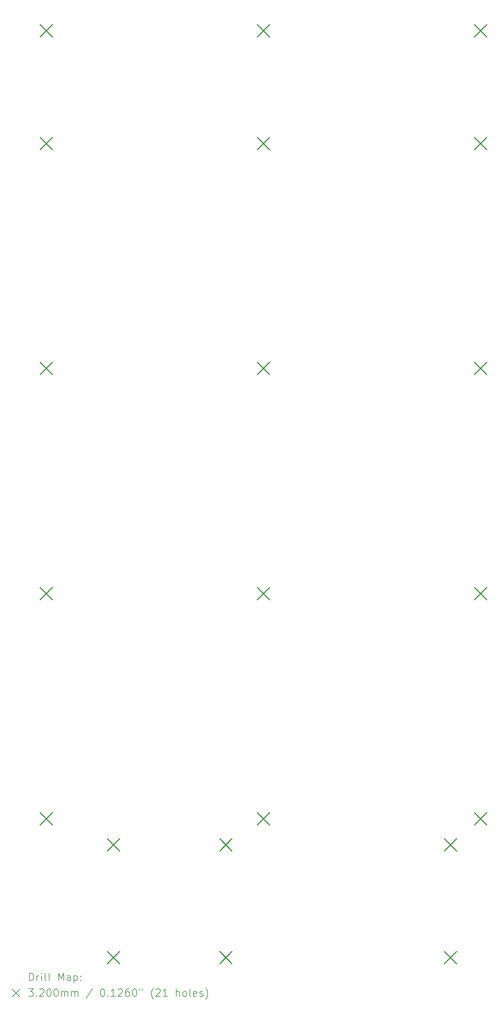
<source format=gbr>
%TF.GenerationSoftware,KiCad,Pcbnew,6.0.10+dfsg-1~bpo11+1*%
%TF.ProjectId,main,6d61696e-2e6b-4696-9361-645f70636258,5.0*%
%TF.SameCoordinates,Original*%
%TF.FileFunction,Drillmap*%
%TF.FilePolarity,Positive*%
%FSLAX45Y45*%
G04 Gerber Fmt 4.5, Leading zero omitted, Abs format (unit mm)*
%MOMM*%
%LPD*%
G01*
G04 APERTURE LIST*
%ADD10C,0.200000*%
%ADD11C,0.320000*%
G04 APERTURE END LIST*
D10*
D11*
X8168000Y-2572000D02*
X8488000Y-2892000D01*
X8488000Y-2572000D02*
X8168000Y-2892000D01*
X8168000Y-5572000D02*
X8488000Y-5892000D01*
X8488000Y-5572000D02*
X8168000Y-5892000D01*
X8168000Y-11572000D02*
X8488000Y-11892000D01*
X8488000Y-11572000D02*
X8168000Y-11892000D01*
X8168000Y-17572000D02*
X8488000Y-17892000D01*
X8488000Y-17572000D02*
X8168000Y-17892000D01*
X8168000Y-23572000D02*
X8488000Y-23892000D01*
X8488000Y-23572000D02*
X8168000Y-23892000D01*
X9968000Y-24272000D02*
X10288000Y-24592000D01*
X10288000Y-24272000D02*
X9968000Y-24592000D01*
X9968000Y-27272000D02*
X10288000Y-27592000D01*
X10288000Y-27272000D02*
X9968000Y-27592000D01*
X12968000Y-24272000D02*
X13288000Y-24592000D01*
X13288000Y-24272000D02*
X12968000Y-24592000D01*
X12968000Y-27272000D02*
X13288000Y-27592000D01*
X13288000Y-27272000D02*
X12968000Y-27592000D01*
X13968000Y-2572000D02*
X14288000Y-2892000D01*
X14288000Y-2572000D02*
X13968000Y-2892000D01*
X13968000Y-5572000D02*
X14288000Y-5892000D01*
X14288000Y-5572000D02*
X13968000Y-5892000D01*
X13968000Y-11572000D02*
X14288000Y-11892000D01*
X14288000Y-11572000D02*
X13968000Y-11892000D01*
X13968000Y-17572000D02*
X14288000Y-17892000D01*
X14288000Y-17572000D02*
X13968000Y-17892000D01*
X13968000Y-23572000D02*
X14288000Y-23892000D01*
X14288000Y-23572000D02*
X13968000Y-23892000D01*
X18968000Y-24272000D02*
X19288000Y-24592000D01*
X19288000Y-24272000D02*
X18968000Y-24592000D01*
X18968000Y-27272000D02*
X19288000Y-27592000D01*
X19288000Y-27272000D02*
X18968000Y-27592000D01*
X19768000Y-2572000D02*
X20088000Y-2892000D01*
X20088000Y-2572000D02*
X19768000Y-2892000D01*
X19768000Y-5572000D02*
X20088000Y-5892000D01*
X20088000Y-5572000D02*
X19768000Y-5892000D01*
X19768000Y-11572000D02*
X20088000Y-11892000D01*
X20088000Y-11572000D02*
X19768000Y-11892000D01*
X19768000Y-17572000D02*
X20088000Y-17892000D01*
X20088000Y-17572000D02*
X19768000Y-17892000D01*
X19768000Y-23572000D02*
X20088000Y-23892000D01*
X20088000Y-23572000D02*
X19768000Y-23892000D01*
D10*
X7879619Y-28048476D02*
X7879619Y-27848476D01*
X7927238Y-27848476D01*
X7955809Y-27858000D01*
X7974857Y-27877048D01*
X7984381Y-27896095D01*
X7993905Y-27934190D01*
X7993905Y-27962762D01*
X7984381Y-28000857D01*
X7974857Y-28019905D01*
X7955809Y-28038952D01*
X7927238Y-28048476D01*
X7879619Y-28048476D01*
X8079619Y-28048476D02*
X8079619Y-27915143D01*
X8079619Y-27953238D02*
X8089143Y-27934190D01*
X8098667Y-27924667D01*
X8117714Y-27915143D01*
X8136762Y-27915143D01*
X8203428Y-28048476D02*
X8203428Y-27915143D01*
X8203428Y-27848476D02*
X8193905Y-27858000D01*
X8203428Y-27867524D01*
X8212952Y-27858000D01*
X8203428Y-27848476D01*
X8203428Y-27867524D01*
X8327238Y-28048476D02*
X8308190Y-28038952D01*
X8298667Y-28019905D01*
X8298667Y-27848476D01*
X8432000Y-28048476D02*
X8412952Y-28038952D01*
X8403429Y-28019905D01*
X8403429Y-27848476D01*
X8660571Y-28048476D02*
X8660571Y-27848476D01*
X8727238Y-27991333D01*
X8793905Y-27848476D01*
X8793905Y-28048476D01*
X8974857Y-28048476D02*
X8974857Y-27943714D01*
X8965333Y-27924667D01*
X8946286Y-27915143D01*
X8908190Y-27915143D01*
X8889143Y-27924667D01*
X8974857Y-28038952D02*
X8955810Y-28048476D01*
X8908190Y-28048476D01*
X8889143Y-28038952D01*
X8879619Y-28019905D01*
X8879619Y-28000857D01*
X8889143Y-27981809D01*
X8908190Y-27972286D01*
X8955810Y-27972286D01*
X8974857Y-27962762D01*
X9070095Y-27915143D02*
X9070095Y-28115143D01*
X9070095Y-27924667D02*
X9089143Y-27915143D01*
X9127238Y-27915143D01*
X9146286Y-27924667D01*
X9155810Y-27934190D01*
X9165333Y-27953238D01*
X9165333Y-28010381D01*
X9155810Y-28029428D01*
X9146286Y-28038952D01*
X9127238Y-28048476D01*
X9089143Y-28048476D01*
X9070095Y-28038952D01*
X9251048Y-28029428D02*
X9260571Y-28038952D01*
X9251048Y-28048476D01*
X9241524Y-28038952D01*
X9251048Y-28029428D01*
X9251048Y-28048476D01*
X9251048Y-27924667D02*
X9260571Y-27934190D01*
X9251048Y-27943714D01*
X9241524Y-27934190D01*
X9251048Y-27924667D01*
X9251048Y-27943714D01*
X7422000Y-28278000D02*
X7622000Y-28478000D01*
X7622000Y-28278000D02*
X7422000Y-28478000D01*
X7860571Y-28268476D02*
X7984381Y-28268476D01*
X7917714Y-28344667D01*
X7946286Y-28344667D01*
X7965333Y-28354190D01*
X7974857Y-28363714D01*
X7984381Y-28382762D01*
X7984381Y-28430381D01*
X7974857Y-28449428D01*
X7965333Y-28458952D01*
X7946286Y-28468476D01*
X7889143Y-28468476D01*
X7870095Y-28458952D01*
X7860571Y-28449428D01*
X8070095Y-28449428D02*
X8079619Y-28458952D01*
X8070095Y-28468476D01*
X8060571Y-28458952D01*
X8070095Y-28449428D01*
X8070095Y-28468476D01*
X8155809Y-28287524D02*
X8165333Y-28278000D01*
X8184381Y-28268476D01*
X8232000Y-28268476D01*
X8251048Y-28278000D01*
X8260571Y-28287524D01*
X8270095Y-28306571D01*
X8270095Y-28325619D01*
X8260571Y-28354190D01*
X8146286Y-28468476D01*
X8270095Y-28468476D01*
X8393905Y-28268476D02*
X8412952Y-28268476D01*
X8432000Y-28278000D01*
X8441524Y-28287524D01*
X8451048Y-28306571D01*
X8460571Y-28344667D01*
X8460571Y-28392286D01*
X8451048Y-28430381D01*
X8441524Y-28449428D01*
X8432000Y-28458952D01*
X8412952Y-28468476D01*
X8393905Y-28468476D01*
X8374857Y-28458952D01*
X8365333Y-28449428D01*
X8355809Y-28430381D01*
X8346286Y-28392286D01*
X8346286Y-28344667D01*
X8355809Y-28306571D01*
X8365333Y-28287524D01*
X8374857Y-28278000D01*
X8393905Y-28268476D01*
X8584381Y-28268476D02*
X8603429Y-28268476D01*
X8622476Y-28278000D01*
X8632000Y-28287524D01*
X8641524Y-28306571D01*
X8651048Y-28344667D01*
X8651048Y-28392286D01*
X8641524Y-28430381D01*
X8632000Y-28449428D01*
X8622476Y-28458952D01*
X8603429Y-28468476D01*
X8584381Y-28468476D01*
X8565333Y-28458952D01*
X8555810Y-28449428D01*
X8546286Y-28430381D01*
X8536762Y-28392286D01*
X8536762Y-28344667D01*
X8546286Y-28306571D01*
X8555810Y-28287524D01*
X8565333Y-28278000D01*
X8584381Y-28268476D01*
X8736762Y-28468476D02*
X8736762Y-28335143D01*
X8736762Y-28354190D02*
X8746286Y-28344667D01*
X8765333Y-28335143D01*
X8793905Y-28335143D01*
X8812952Y-28344667D01*
X8822476Y-28363714D01*
X8822476Y-28468476D01*
X8822476Y-28363714D02*
X8832000Y-28344667D01*
X8851048Y-28335143D01*
X8879619Y-28335143D01*
X8898667Y-28344667D01*
X8908190Y-28363714D01*
X8908190Y-28468476D01*
X9003429Y-28468476D02*
X9003429Y-28335143D01*
X9003429Y-28354190D02*
X9012952Y-28344667D01*
X9032000Y-28335143D01*
X9060571Y-28335143D01*
X9079619Y-28344667D01*
X9089143Y-28363714D01*
X9089143Y-28468476D01*
X9089143Y-28363714D02*
X9098667Y-28344667D01*
X9117714Y-28335143D01*
X9146286Y-28335143D01*
X9165333Y-28344667D01*
X9174857Y-28363714D01*
X9174857Y-28468476D01*
X9565333Y-28258952D02*
X9393905Y-28516095D01*
X9822476Y-28268476D02*
X9841524Y-28268476D01*
X9860571Y-28278000D01*
X9870095Y-28287524D01*
X9879619Y-28306571D01*
X9889143Y-28344667D01*
X9889143Y-28392286D01*
X9879619Y-28430381D01*
X9870095Y-28449428D01*
X9860571Y-28458952D01*
X9841524Y-28468476D01*
X9822476Y-28468476D01*
X9803429Y-28458952D01*
X9793905Y-28449428D01*
X9784381Y-28430381D01*
X9774857Y-28392286D01*
X9774857Y-28344667D01*
X9784381Y-28306571D01*
X9793905Y-28287524D01*
X9803429Y-28278000D01*
X9822476Y-28268476D01*
X9974857Y-28449428D02*
X9984381Y-28458952D01*
X9974857Y-28468476D01*
X9965333Y-28458952D01*
X9974857Y-28449428D01*
X9974857Y-28468476D01*
X10174857Y-28468476D02*
X10060571Y-28468476D01*
X10117714Y-28468476D02*
X10117714Y-28268476D01*
X10098667Y-28297048D01*
X10079619Y-28316095D01*
X10060571Y-28325619D01*
X10251048Y-28287524D02*
X10260571Y-28278000D01*
X10279619Y-28268476D01*
X10327238Y-28268476D01*
X10346286Y-28278000D01*
X10355810Y-28287524D01*
X10365333Y-28306571D01*
X10365333Y-28325619D01*
X10355810Y-28354190D01*
X10241524Y-28468476D01*
X10365333Y-28468476D01*
X10536762Y-28268476D02*
X10498667Y-28268476D01*
X10479619Y-28278000D01*
X10470095Y-28287524D01*
X10451048Y-28316095D01*
X10441524Y-28354190D01*
X10441524Y-28430381D01*
X10451048Y-28449428D01*
X10460571Y-28458952D01*
X10479619Y-28468476D01*
X10517714Y-28468476D01*
X10536762Y-28458952D01*
X10546286Y-28449428D01*
X10555810Y-28430381D01*
X10555810Y-28382762D01*
X10546286Y-28363714D01*
X10536762Y-28354190D01*
X10517714Y-28344667D01*
X10479619Y-28344667D01*
X10460571Y-28354190D01*
X10451048Y-28363714D01*
X10441524Y-28382762D01*
X10679619Y-28268476D02*
X10698667Y-28268476D01*
X10717714Y-28278000D01*
X10727238Y-28287524D01*
X10736762Y-28306571D01*
X10746286Y-28344667D01*
X10746286Y-28392286D01*
X10736762Y-28430381D01*
X10727238Y-28449428D01*
X10717714Y-28458952D01*
X10698667Y-28468476D01*
X10679619Y-28468476D01*
X10660571Y-28458952D01*
X10651048Y-28449428D01*
X10641524Y-28430381D01*
X10632000Y-28392286D01*
X10632000Y-28344667D01*
X10641524Y-28306571D01*
X10651048Y-28287524D01*
X10660571Y-28278000D01*
X10679619Y-28268476D01*
X10822476Y-28268476D02*
X10822476Y-28306571D01*
X10898667Y-28268476D02*
X10898667Y-28306571D01*
X11193905Y-28544667D02*
X11184381Y-28535143D01*
X11165333Y-28506571D01*
X11155810Y-28487524D01*
X11146286Y-28458952D01*
X11136762Y-28411333D01*
X11136762Y-28373238D01*
X11146286Y-28325619D01*
X11155810Y-28297048D01*
X11165333Y-28278000D01*
X11184381Y-28249428D01*
X11193905Y-28239905D01*
X11260571Y-28287524D02*
X11270095Y-28278000D01*
X11289143Y-28268476D01*
X11336762Y-28268476D01*
X11355809Y-28278000D01*
X11365333Y-28287524D01*
X11374857Y-28306571D01*
X11374857Y-28325619D01*
X11365333Y-28354190D01*
X11251048Y-28468476D01*
X11374857Y-28468476D01*
X11565333Y-28468476D02*
X11451048Y-28468476D01*
X11508190Y-28468476D02*
X11508190Y-28268476D01*
X11489143Y-28297048D01*
X11470095Y-28316095D01*
X11451048Y-28325619D01*
X11803428Y-28468476D02*
X11803428Y-28268476D01*
X11889143Y-28468476D02*
X11889143Y-28363714D01*
X11879619Y-28344667D01*
X11860571Y-28335143D01*
X11832000Y-28335143D01*
X11812952Y-28344667D01*
X11803428Y-28354190D01*
X12012952Y-28468476D02*
X11993905Y-28458952D01*
X11984381Y-28449428D01*
X11974857Y-28430381D01*
X11974857Y-28373238D01*
X11984381Y-28354190D01*
X11993905Y-28344667D01*
X12012952Y-28335143D01*
X12041524Y-28335143D01*
X12060571Y-28344667D01*
X12070095Y-28354190D01*
X12079619Y-28373238D01*
X12079619Y-28430381D01*
X12070095Y-28449428D01*
X12060571Y-28458952D01*
X12041524Y-28468476D01*
X12012952Y-28468476D01*
X12193905Y-28468476D02*
X12174857Y-28458952D01*
X12165333Y-28439905D01*
X12165333Y-28268476D01*
X12346286Y-28458952D02*
X12327238Y-28468476D01*
X12289143Y-28468476D01*
X12270095Y-28458952D01*
X12260571Y-28439905D01*
X12260571Y-28363714D01*
X12270095Y-28344667D01*
X12289143Y-28335143D01*
X12327238Y-28335143D01*
X12346286Y-28344667D01*
X12355809Y-28363714D01*
X12355809Y-28382762D01*
X12260571Y-28401809D01*
X12432000Y-28458952D02*
X12451048Y-28468476D01*
X12489143Y-28468476D01*
X12508190Y-28458952D01*
X12517714Y-28439905D01*
X12517714Y-28430381D01*
X12508190Y-28411333D01*
X12489143Y-28401809D01*
X12460571Y-28401809D01*
X12441524Y-28392286D01*
X12432000Y-28373238D01*
X12432000Y-28363714D01*
X12441524Y-28344667D01*
X12460571Y-28335143D01*
X12489143Y-28335143D01*
X12508190Y-28344667D01*
X12584381Y-28544667D02*
X12593905Y-28535143D01*
X12612952Y-28506571D01*
X12622476Y-28487524D01*
X12632000Y-28458952D01*
X12641524Y-28411333D01*
X12641524Y-28373238D01*
X12632000Y-28325619D01*
X12622476Y-28297048D01*
X12612952Y-28278000D01*
X12593905Y-28249428D01*
X12584381Y-28239905D01*
M02*

</source>
